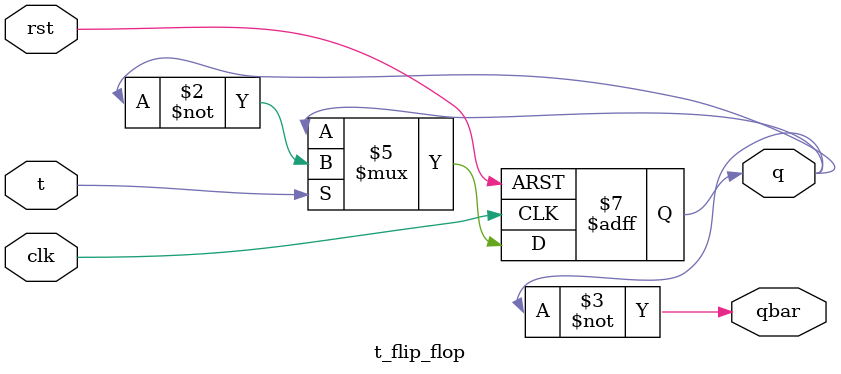
<source format=v>
`timescale 1ns/1ps

module t_flip_flop(
    input t,
    input clk,
    input rst,
    output reg q,
    output qbar
);

always @(posedge clk or posedge rst) begin
    if (rst)
        q <= 1'b0;
    else if (t)
        q <= ~q;
    else
        q <= q;
end

assign qbar = ~q;

endmodule

</source>
